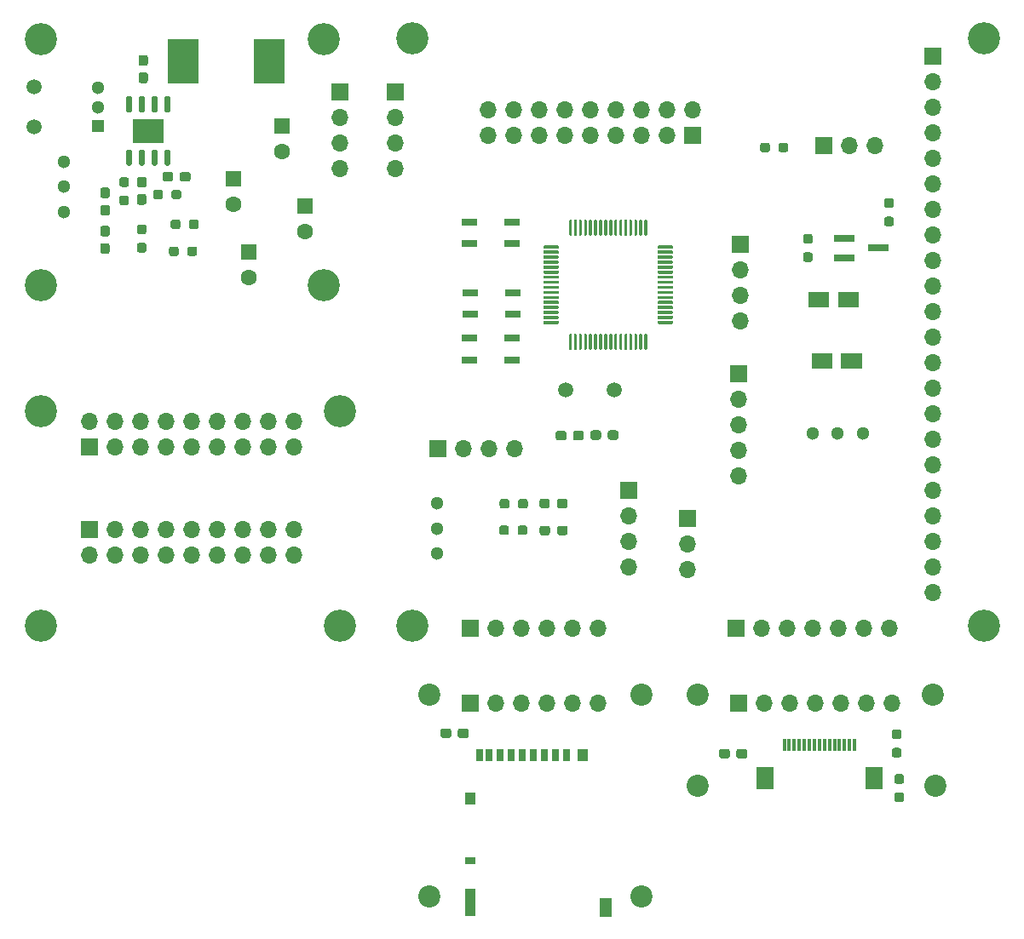
<source format=gts>
G04 #@! TF.GenerationSoftware,KiCad,Pcbnew,5.1.10-88a1d61d58~88~ubuntu18.04.1*
G04 #@! TF.CreationDate,2021-10-23T19:35:26+09:00*
G04 #@! TF.ProjectId,CameraJigSTM32F446RE_Logic,43616d65-7261-44a6-9967-53544d333246,rev?*
G04 #@! TF.SameCoordinates,Original*
G04 #@! TF.FileFunction,Soldermask,Top*
G04 #@! TF.FilePolarity,Negative*
%FSLAX46Y46*%
G04 Gerber Fmt 4.6, Leading zero omitted, Abs format (unit mm)*
G04 Created by KiCad (PCBNEW 5.1.10-88a1d61d58~88~ubuntu18.04.1) date 2021-10-23 19:35:26*
%MOMM*%
%LPD*%
G01*
G04 APERTURE LIST*
%ADD10R,1.600000X1.600000*%
%ADD11C,1.600000*%
%ADD12C,2.200000*%
%ADD13C,3.200000*%
%ADD14R,1.700000X1.700000*%
%ADD15O,1.700000X1.700000*%
%ADD16R,0.700000X1.200000*%
%ADD17R,1.000000X1.200000*%
%ADD18R,1.000000X0.800000*%
%ADD19R,1.000000X2.800000*%
%ADD20R,1.300000X1.900000*%
%ADD21R,3.100000X4.500000*%
%ADD22R,2.000000X0.650000*%
%ADD23C,1.300000*%
%ADD24R,1.550000X0.650000*%
%ADD25R,1.300000X1.300000*%
%ADD26C,1.500000*%
%ADD27R,3.100000X2.410000*%
%ADD28R,1.800000X2.200000*%
%ADD29R,0.300000X1.300000*%
%ADD30R,1.500000X1.500000*%
%ADD31C,0.100000*%
G04 APERTURE END LIST*
D10*
G04 #@! TO.C,C1*
X69250000Y-79000000D03*
D11*
X69250000Y-81500000D03*
G04 #@! TD*
D10*
G04 #@! TO.C,C5*
X74000000Y-73750000D03*
D11*
X74000000Y-76250000D03*
G04 #@! TD*
G04 #@! TO.C,C6*
X70750000Y-88750000D03*
D10*
X70750000Y-86250000D03*
G04 #@! TD*
D11*
G04 #@! TO.C,C4*
X76300000Y-84200000D03*
D10*
X76300000Y-81700000D03*
G04 #@! TD*
D12*
G04 #@! TO.C,REF_13*
X138938000Y-139325000D03*
G04 #@! TD*
G04 #@! TO.C,REF_12*
X115316000Y-139325000D03*
G04 #@! TD*
G04 #@! TO.C,REF_11*
X138684000Y-130300000D03*
G04 #@! TD*
G04 #@! TO.C,REF_10*
X115316000Y-130300000D03*
G04 #@! TD*
G04 #@! TO.C,REF_f*
X109728000Y-150366000D03*
G04 #@! TD*
G04 #@! TO.C,REF_d*
X109728000Y-130300000D03*
G04 #@! TD*
G04 #@! TO.C,REF_e*
X88646000Y-150366000D03*
G04 #@! TD*
G04 #@! TO.C,REF_c*
X88646000Y-130300000D03*
G04 #@! TD*
D13*
G04 #@! TO.C,REF_b*
X143764000Y-123444000D03*
G04 #@! TD*
G04 #@! TO.C,REF_9*
X143764000Y-65024000D03*
G04 #@! TD*
G04 #@! TO.C,REF_a*
X87000000Y-123444000D03*
G04 #@! TD*
G04 #@! TO.C,REF_7*
X79793000Y-123444000D03*
G04 #@! TD*
G04 #@! TO.C,REF_5*
X79793000Y-102108000D03*
G04 #@! TD*
G04 #@! TO.C,REF_6*
X50038000Y-123444000D03*
G04 #@! TD*
G04 #@! TO.C,REF_4*
X50075000Y-102108000D03*
G04 #@! TD*
G04 #@! TO.C,REF_8*
X87000000Y-65024000D03*
G04 #@! TD*
G04 #@! TO.C,REF_2*
X50075000Y-89550000D03*
G04 #@! TD*
G04 #@! TO.C,REF_3*
X78175000Y-89550000D03*
G04 #@! TD*
G04 #@! TO.C,REF_1*
X78175000Y-65075000D03*
G04 #@! TD*
G04 #@! TO.C,REF_0*
X50075000Y-65075000D03*
G04 #@! TD*
G04 #@! TO.C,C2*
G36*
G01*
X102964000Y-104740500D02*
X102964000Y-104265500D01*
G75*
G02*
X103201500Y-104028000I237500J0D01*
G01*
X103801500Y-104028000D01*
G75*
G02*
X104039000Y-104265500I0J-237500D01*
G01*
X104039000Y-104740500D01*
G75*
G02*
X103801500Y-104978000I-237500J0D01*
G01*
X103201500Y-104978000D01*
G75*
G02*
X102964000Y-104740500I0J237500D01*
G01*
G37*
G36*
G01*
X101239000Y-104740500D02*
X101239000Y-104265500D01*
G75*
G02*
X101476500Y-104028000I237500J0D01*
G01*
X102076500Y-104028000D01*
G75*
G02*
X102314000Y-104265500I0J-237500D01*
G01*
X102314000Y-104740500D01*
G75*
G02*
X102076500Y-104978000I-237500J0D01*
G01*
X101476500Y-104978000D01*
G75*
G02*
X101239000Y-104740500I0J237500D01*
G01*
G37*
G04 #@! TD*
G04 #@! TO.C,C3*
G36*
G01*
X107483000Y-104209500D02*
X107483000Y-104684500D01*
G75*
G02*
X107245500Y-104922000I-237500J0D01*
G01*
X106645500Y-104922000D01*
G75*
G02*
X106408000Y-104684500I0J237500D01*
G01*
X106408000Y-104209500D01*
G75*
G02*
X106645500Y-103972000I237500J0D01*
G01*
X107245500Y-103972000D01*
G75*
G02*
X107483000Y-104209500I0J-237500D01*
G01*
G37*
G36*
G01*
X105758000Y-104209500D02*
X105758000Y-104684500D01*
G75*
G02*
X105520500Y-104922000I-237500J0D01*
G01*
X104920500Y-104922000D01*
G75*
G02*
X104683000Y-104684500I0J237500D01*
G01*
X104683000Y-104209500D01*
G75*
G02*
X104920500Y-103972000I237500J0D01*
G01*
X105520500Y-103972000D01*
G75*
G02*
X105758000Y-104209500I0J-237500D01*
G01*
G37*
G04 #@! TD*
G04 #@! TO.C,C7*
G36*
G01*
X56230600Y-81548200D02*
X56705600Y-81548200D01*
G75*
G02*
X56943100Y-81785700I0J-237500D01*
G01*
X56943100Y-82385700D01*
G75*
G02*
X56705600Y-82623200I-237500J0D01*
G01*
X56230600Y-82623200D01*
G75*
G02*
X55993100Y-82385700I0J237500D01*
G01*
X55993100Y-81785700D01*
G75*
G02*
X56230600Y-81548200I237500J0D01*
G01*
G37*
G36*
G01*
X56230600Y-79823200D02*
X56705600Y-79823200D01*
G75*
G02*
X56943100Y-80060700I0J-237500D01*
G01*
X56943100Y-80660700D01*
G75*
G02*
X56705600Y-80898200I-237500J0D01*
G01*
X56230600Y-80898200D01*
G75*
G02*
X55993100Y-80660700I0J237500D01*
G01*
X55993100Y-80060700D01*
G75*
G02*
X56230600Y-79823200I237500J0D01*
G01*
G37*
G04 #@! TD*
G04 #@! TO.C,C8*
G36*
G01*
X56205200Y-83628100D02*
X56680200Y-83628100D01*
G75*
G02*
X56917700Y-83865600I0J-237500D01*
G01*
X56917700Y-84465600D01*
G75*
G02*
X56680200Y-84703100I-237500J0D01*
G01*
X56205200Y-84703100D01*
G75*
G02*
X55967700Y-84465600I0J237500D01*
G01*
X55967700Y-83865600D01*
G75*
G02*
X56205200Y-83628100I237500J0D01*
G01*
G37*
G36*
G01*
X56205200Y-85353100D02*
X56680200Y-85353100D01*
G75*
G02*
X56917700Y-85590600I0J-237500D01*
G01*
X56917700Y-86190600D01*
G75*
G02*
X56680200Y-86428100I-237500J0D01*
G01*
X56205200Y-86428100D01*
G75*
G02*
X55967700Y-86190600I0J237500D01*
G01*
X55967700Y-85590600D01*
G75*
G02*
X56205200Y-85353100I237500J0D01*
G01*
G37*
G04 #@! TD*
G04 #@! TO.C,C10*
G36*
G01*
X59862500Y-80475000D02*
X60337500Y-80475000D01*
G75*
G02*
X60575000Y-80712500I0J-237500D01*
G01*
X60575000Y-81312500D01*
G75*
G02*
X60337500Y-81550000I-237500J0D01*
G01*
X59862500Y-81550000D01*
G75*
G02*
X59625000Y-81312500I0J237500D01*
G01*
X59625000Y-80712500D01*
G75*
G02*
X59862500Y-80475000I237500J0D01*
G01*
G37*
G36*
G01*
X59862500Y-78750000D02*
X60337500Y-78750000D01*
G75*
G02*
X60575000Y-78987500I0J-237500D01*
G01*
X60575000Y-79587500D01*
G75*
G02*
X60337500Y-79825000I-237500J0D01*
G01*
X59862500Y-79825000D01*
G75*
G02*
X59625000Y-79587500I0J237500D01*
G01*
X59625000Y-78987500D01*
G75*
G02*
X59862500Y-78750000I237500J0D01*
G01*
G37*
G04 #@! TD*
G04 #@! TO.C,C12*
G36*
G01*
X62150000Y-78994000D02*
X62150000Y-78519000D01*
G75*
G02*
X62387500Y-78281500I237500J0D01*
G01*
X62987500Y-78281500D01*
G75*
G02*
X63225000Y-78519000I0J-237500D01*
G01*
X63225000Y-78994000D01*
G75*
G02*
X62987500Y-79231500I-237500J0D01*
G01*
X62387500Y-79231500D01*
G75*
G02*
X62150000Y-78994000I0J237500D01*
G01*
G37*
G36*
G01*
X63875000Y-78994000D02*
X63875000Y-78519000D01*
G75*
G02*
X64112500Y-78281500I237500J0D01*
G01*
X64712500Y-78281500D01*
G75*
G02*
X64950000Y-78519000I0J-237500D01*
G01*
X64950000Y-78994000D01*
G75*
G02*
X64712500Y-79231500I-237500J0D01*
G01*
X64112500Y-79231500D01*
G75*
G02*
X63875000Y-78994000I0J237500D01*
G01*
G37*
G04 #@! TD*
G04 #@! TO.C,C13*
G36*
G01*
X60010500Y-68381000D02*
X60485500Y-68381000D01*
G75*
G02*
X60723000Y-68618500I0J-237500D01*
G01*
X60723000Y-69218500D01*
G75*
G02*
X60485500Y-69456000I-237500J0D01*
G01*
X60010500Y-69456000D01*
G75*
G02*
X59773000Y-69218500I0J237500D01*
G01*
X59773000Y-68618500D01*
G75*
G02*
X60010500Y-68381000I237500J0D01*
G01*
G37*
G36*
G01*
X60010500Y-66656000D02*
X60485500Y-66656000D01*
G75*
G02*
X60723000Y-66893500I0J-237500D01*
G01*
X60723000Y-67493500D01*
G75*
G02*
X60485500Y-67731000I-237500J0D01*
G01*
X60010500Y-67731000D01*
G75*
G02*
X59773000Y-67493500I0J237500D01*
G01*
X59773000Y-66893500D01*
G75*
G02*
X60010500Y-66656000I237500J0D01*
G01*
G37*
G04 #@! TD*
G04 #@! TO.C,C17*
G36*
G01*
X117472000Y-136381500D02*
X117472000Y-135906500D01*
G75*
G02*
X117709500Y-135669000I237500J0D01*
G01*
X118309500Y-135669000D01*
G75*
G02*
X118547000Y-135906500I0J-237500D01*
G01*
X118547000Y-136381500D01*
G75*
G02*
X118309500Y-136619000I-237500J0D01*
G01*
X117709500Y-136619000D01*
G75*
G02*
X117472000Y-136381500I0J237500D01*
G01*
G37*
G36*
G01*
X119197000Y-136381500D02*
X119197000Y-135906500D01*
G75*
G02*
X119434500Y-135669000I237500J0D01*
G01*
X120034500Y-135669000D01*
G75*
G02*
X120272000Y-135906500I0J-237500D01*
G01*
X120272000Y-136381500D01*
G75*
G02*
X120034500Y-136619000I-237500J0D01*
G01*
X119434500Y-136619000D01*
G75*
G02*
X119197000Y-136381500I0J237500D01*
G01*
G37*
G04 #@! TD*
G04 #@! TO.C,C18*
G36*
G01*
X89786000Y-134349500D02*
X89786000Y-133874500D01*
G75*
G02*
X90023500Y-133637000I237500J0D01*
G01*
X90623500Y-133637000D01*
G75*
G02*
X90861000Y-133874500I0J-237500D01*
G01*
X90861000Y-134349500D01*
G75*
G02*
X90623500Y-134587000I-237500J0D01*
G01*
X90023500Y-134587000D01*
G75*
G02*
X89786000Y-134349500I0J237500D01*
G01*
G37*
G36*
G01*
X91511000Y-134349500D02*
X91511000Y-133874500D01*
G75*
G02*
X91748500Y-133637000I237500J0D01*
G01*
X92348500Y-133637000D01*
G75*
G02*
X92586000Y-133874500I0J-237500D01*
G01*
X92586000Y-134349500D01*
G75*
G02*
X92348500Y-134587000I-237500J0D01*
G01*
X91748500Y-134587000D01*
G75*
G02*
X91511000Y-134349500I0J237500D01*
G01*
G37*
G04 #@! TD*
G04 #@! TO.C,D1*
G36*
G01*
X100684000Y-113701500D02*
X100684000Y-114176500D01*
G75*
G02*
X100446500Y-114414000I-237500J0D01*
G01*
X99871500Y-114414000D01*
G75*
G02*
X99634000Y-114176500I0J237500D01*
G01*
X99634000Y-113701500D01*
G75*
G02*
X99871500Y-113464000I237500J0D01*
G01*
X100446500Y-113464000D01*
G75*
G02*
X100684000Y-113701500I0J-237500D01*
G01*
G37*
G36*
G01*
X102434000Y-113701500D02*
X102434000Y-114176500D01*
G75*
G02*
X102196500Y-114414000I-237500J0D01*
G01*
X101621500Y-114414000D01*
G75*
G02*
X101384000Y-114176500I0J237500D01*
G01*
X101384000Y-113701500D01*
G75*
G02*
X101621500Y-113464000I237500J0D01*
G01*
X102196500Y-113464000D01*
G75*
G02*
X102434000Y-113701500I0J-237500D01*
G01*
G37*
G04 #@! TD*
G04 #@! TO.C,D2*
G36*
G01*
X102413000Y-111014500D02*
X102413000Y-111489500D01*
G75*
G02*
X102175500Y-111727000I-237500J0D01*
G01*
X101600500Y-111727000D01*
G75*
G02*
X101363000Y-111489500I0J237500D01*
G01*
X101363000Y-111014500D01*
G75*
G02*
X101600500Y-110777000I237500J0D01*
G01*
X102175500Y-110777000D01*
G75*
G02*
X102413000Y-111014500I0J-237500D01*
G01*
G37*
G36*
G01*
X100663000Y-111014500D02*
X100663000Y-111489500D01*
G75*
G02*
X100425500Y-111727000I-237500J0D01*
G01*
X99850500Y-111727000D01*
G75*
G02*
X99613000Y-111489500I0J237500D01*
G01*
X99613000Y-111014500D01*
G75*
G02*
X99850500Y-110777000I237500J0D01*
G01*
X100425500Y-110777000D01*
G75*
G02*
X100663000Y-111014500I0J-237500D01*
G01*
G37*
G04 #@! TD*
D14*
G04 #@! TO.C,J2*
X119390000Y-98369100D03*
D15*
X119390000Y-100909100D03*
X119390000Y-103449100D03*
X119390000Y-105989100D03*
X119390000Y-108529100D03*
G04 #@! TD*
D14*
G04 #@! TO.C,J4*
X119591000Y-85453200D03*
D15*
X119591000Y-87993200D03*
X119591000Y-90533200D03*
X119591000Y-93073200D03*
G04 #@! TD*
D14*
G04 #@! TO.C,J5*
X127914000Y-75694500D03*
D15*
X130454000Y-75694500D03*
X132994000Y-75694500D03*
G04 #@! TD*
D14*
G04 #@! TO.C,J6*
X114808000Y-74676000D03*
D15*
X114808000Y-72136000D03*
X112268000Y-74676000D03*
X112268000Y-72136000D03*
X109728000Y-74676000D03*
X109728000Y-72136000D03*
X107188000Y-74676000D03*
X107188000Y-72136000D03*
X104648000Y-74676000D03*
X104648000Y-72136000D03*
X102108000Y-74676000D03*
X102108000Y-72136000D03*
X99568000Y-74676000D03*
X99568000Y-72136000D03*
X97028000Y-74676000D03*
X97028000Y-72136000D03*
X94488000Y-74676000D03*
X94488000Y-72136000D03*
G04 #@! TD*
G04 #@! TO.C,J8*
X85323500Y-77981000D03*
X85323500Y-75441000D03*
X85323500Y-72901000D03*
D14*
X85323500Y-70361000D03*
G04 #@! TD*
G04 #@! TO.C,J9*
X89562900Y-105839000D03*
D15*
X92102900Y-105839000D03*
X94642900Y-105839000D03*
X97182900Y-105839000D03*
G04 #@! TD*
D14*
G04 #@! TO.C,J10*
X119418000Y-131133000D03*
D15*
X121958000Y-131133000D03*
X124498000Y-131133000D03*
X127038000Y-131133000D03*
X129578000Y-131133000D03*
X132118000Y-131133000D03*
X134658000Y-131133000D03*
G04 #@! TD*
G04 #@! TO.C,J11*
X134404000Y-123683000D03*
X131864000Y-123683000D03*
X129324000Y-123683000D03*
X126784000Y-123683000D03*
X124244000Y-123683000D03*
X121704000Y-123683000D03*
D14*
X119164000Y-123683000D03*
G04 #@! TD*
G04 #@! TO.C,J13*
X54887500Y-113802000D03*
D15*
X54887500Y-116342000D03*
X57427500Y-113802000D03*
X57427500Y-116342000D03*
X59967500Y-113802000D03*
X59967500Y-116342000D03*
X62507500Y-113802000D03*
X62507500Y-116342000D03*
X65047500Y-113802000D03*
X65047500Y-116342000D03*
X67587500Y-113802000D03*
X67587500Y-116342000D03*
X70127500Y-113802000D03*
X70127500Y-116342000D03*
X72667500Y-113802000D03*
X72667500Y-116342000D03*
X75207500Y-113802000D03*
X75207500Y-116342000D03*
G04 #@! TD*
G04 #@! TO.C,J14*
X105473500Y-123683000D03*
X102933500Y-123683000D03*
X100393500Y-123683000D03*
X97853500Y-123683000D03*
X95313500Y-123683000D03*
D14*
X92773500Y-123683000D03*
G04 #@! TD*
G04 #@! TO.C,J15*
X92737900Y-131133000D03*
D15*
X95277900Y-131133000D03*
X97817900Y-131133000D03*
X100357900Y-131133000D03*
X102897900Y-131133000D03*
X105437900Y-131133000D03*
G04 #@! TD*
D16*
G04 #@! TO.C,J16*
X93693000Y-136293000D03*
X94643000Y-136293000D03*
X102343000Y-136293000D03*
X101243000Y-136293000D03*
X100143000Y-136293000D03*
X99043000Y-136293000D03*
X97943000Y-136293000D03*
X96843000Y-136293000D03*
X95743000Y-136293000D03*
D17*
X103893000Y-136293000D03*
X92743000Y-140593000D03*
D18*
X92743000Y-146793000D03*
D19*
X92743000Y-150943000D03*
D20*
X106243000Y-151393000D03*
G04 #@! TD*
D15*
G04 #@! TO.C,J17*
X108458000Y-117602000D03*
X108458000Y-115062000D03*
X108458000Y-112522000D03*
D14*
X108458000Y-109982000D03*
G04 #@! TD*
G04 #@! TO.C,J21*
X79756000Y-70358000D03*
D15*
X79756000Y-72898000D03*
X79756000Y-75438000D03*
X79756000Y-77978000D03*
G04 #@! TD*
D21*
G04 #@! TO.C,L1*
X64250000Y-67250000D03*
X72750000Y-67250000D03*
G04 #@! TD*
D22*
G04 #@! TO.C,Q1*
X133315000Y-85857100D03*
X129895000Y-86807100D03*
X129895000Y-84907100D03*
G04 #@! TD*
G04 #@! TO.C,R1*
G36*
G01*
X98425500Y-113671500D02*
X98425500Y-114146500D01*
G75*
G02*
X98188000Y-114384000I-237500J0D01*
G01*
X97688000Y-114384000D01*
G75*
G02*
X97450500Y-114146500I0J237500D01*
G01*
X97450500Y-113671500D01*
G75*
G02*
X97688000Y-113434000I237500J0D01*
G01*
X98188000Y-113434000D01*
G75*
G02*
X98425500Y-113671500I0J-237500D01*
G01*
G37*
G36*
G01*
X96600500Y-113671500D02*
X96600500Y-114146500D01*
G75*
G02*
X96363000Y-114384000I-237500J0D01*
G01*
X95863000Y-114384000D01*
G75*
G02*
X95625500Y-114146500I0J237500D01*
G01*
X95625500Y-113671500D01*
G75*
G02*
X95863000Y-113434000I237500J0D01*
G01*
X96363000Y-113434000D01*
G75*
G02*
X96600500Y-113671500I0J-237500D01*
G01*
G37*
G04 #@! TD*
G04 #@! TO.C,R5*
G36*
G01*
X97496200Y-111509500D02*
X97496200Y-111034500D01*
G75*
G02*
X97733700Y-110797000I237500J0D01*
G01*
X98233700Y-110797000D01*
G75*
G02*
X98471200Y-111034500I0J-237500D01*
G01*
X98471200Y-111509500D01*
G75*
G02*
X98233700Y-111747000I-237500J0D01*
G01*
X97733700Y-111747000D01*
G75*
G02*
X97496200Y-111509500I0J237500D01*
G01*
G37*
G36*
G01*
X95671200Y-111509500D02*
X95671200Y-111034500D01*
G75*
G02*
X95908700Y-110797000I237500J0D01*
G01*
X96408700Y-110797000D01*
G75*
G02*
X96646200Y-111034500I0J-237500D01*
G01*
X96646200Y-111509500D01*
G75*
G02*
X96408700Y-111747000I-237500J0D01*
G01*
X95908700Y-111747000D01*
G75*
G02*
X95671200Y-111509500I0J237500D01*
G01*
G37*
G04 #@! TD*
G04 #@! TO.C,R7*
G36*
G01*
X122531000Y-75609400D02*
X122531000Y-76084400D01*
G75*
G02*
X122293500Y-76321900I-237500J0D01*
G01*
X121793500Y-76321900D01*
G75*
G02*
X121556000Y-76084400I0J237500D01*
G01*
X121556000Y-75609400D01*
G75*
G02*
X121793500Y-75371900I237500J0D01*
G01*
X122293500Y-75371900D01*
G75*
G02*
X122531000Y-75609400I0J-237500D01*
G01*
G37*
G36*
G01*
X124356000Y-75609400D02*
X124356000Y-76084400D01*
G75*
G02*
X124118500Y-76321900I-237500J0D01*
G01*
X123618500Y-76321900D01*
G75*
G02*
X123381000Y-76084400I0J237500D01*
G01*
X123381000Y-75609400D01*
G75*
G02*
X123618500Y-75371900I237500J0D01*
G01*
X124118500Y-75371900D01*
G75*
G02*
X124356000Y-75609400I0J-237500D01*
G01*
G37*
G04 #@! TD*
G04 #@! TO.C,R14*
G36*
G01*
X126069500Y-84446900D02*
X126544500Y-84446900D01*
G75*
G02*
X126782000Y-84684400I0J-237500D01*
G01*
X126782000Y-85184400D01*
G75*
G02*
X126544500Y-85421900I-237500J0D01*
G01*
X126069500Y-85421900D01*
G75*
G02*
X125832000Y-85184400I0J237500D01*
G01*
X125832000Y-84684400D01*
G75*
G02*
X126069500Y-84446900I237500J0D01*
G01*
G37*
G36*
G01*
X126069500Y-86271900D02*
X126544500Y-86271900D01*
G75*
G02*
X126782000Y-86509400I0J-237500D01*
G01*
X126782000Y-87009400D01*
G75*
G02*
X126544500Y-87246900I-237500J0D01*
G01*
X126069500Y-87246900D01*
G75*
G02*
X125832000Y-87009400I0J237500D01*
G01*
X125832000Y-86509400D01*
G75*
G02*
X126069500Y-86271900I237500J0D01*
G01*
G37*
G04 #@! TD*
G04 #@! TO.C,R15*
G36*
G01*
X134128500Y-82721000D02*
X134603500Y-82721000D01*
G75*
G02*
X134841000Y-82958500I0J-237500D01*
G01*
X134841000Y-83458500D01*
G75*
G02*
X134603500Y-83696000I-237500J0D01*
G01*
X134128500Y-83696000D01*
G75*
G02*
X133891000Y-83458500I0J237500D01*
G01*
X133891000Y-82958500D01*
G75*
G02*
X134128500Y-82721000I237500J0D01*
G01*
G37*
G36*
G01*
X134128500Y-80896000D02*
X134603500Y-80896000D01*
G75*
G02*
X134841000Y-81133500I0J-237500D01*
G01*
X134841000Y-81633500D01*
G75*
G02*
X134603500Y-81871000I-237500J0D01*
G01*
X134128500Y-81871000D01*
G75*
G02*
X133891000Y-81633500I0J237500D01*
G01*
X133891000Y-81133500D01*
G75*
G02*
X134128500Y-80896000I237500J0D01*
G01*
G37*
G04 #@! TD*
G04 #@! TO.C,R33*
G36*
G01*
X59862500Y-85325000D02*
X60337500Y-85325000D01*
G75*
G02*
X60575000Y-85562500I0J-237500D01*
G01*
X60575000Y-86062500D01*
G75*
G02*
X60337500Y-86300000I-237500J0D01*
G01*
X59862500Y-86300000D01*
G75*
G02*
X59625000Y-86062500I0J237500D01*
G01*
X59625000Y-85562500D01*
G75*
G02*
X59862500Y-85325000I237500J0D01*
G01*
G37*
G36*
G01*
X59862500Y-83500000D02*
X60337500Y-83500000D01*
G75*
G02*
X60575000Y-83737500I0J-237500D01*
G01*
X60575000Y-84237500D01*
G75*
G02*
X60337500Y-84475000I-237500J0D01*
G01*
X59862500Y-84475000D01*
G75*
G02*
X59625000Y-84237500I0J237500D01*
G01*
X59625000Y-83737500D01*
G75*
G02*
X59862500Y-83500000I237500J0D01*
G01*
G37*
G04 #@! TD*
G04 #@! TO.C,R34*
G36*
G01*
X58112500Y-78800000D02*
X58587500Y-78800000D01*
G75*
G02*
X58825000Y-79037500I0J-237500D01*
G01*
X58825000Y-79537500D01*
G75*
G02*
X58587500Y-79775000I-237500J0D01*
G01*
X58112500Y-79775000D01*
G75*
G02*
X57875000Y-79537500I0J237500D01*
G01*
X57875000Y-79037500D01*
G75*
G02*
X58112500Y-78800000I237500J0D01*
G01*
G37*
G36*
G01*
X58112500Y-80625000D02*
X58587500Y-80625000D01*
G75*
G02*
X58825000Y-80862500I0J-237500D01*
G01*
X58825000Y-81362500D01*
G75*
G02*
X58587500Y-81600000I-237500J0D01*
G01*
X58112500Y-81600000D01*
G75*
G02*
X57875000Y-81362500I0J237500D01*
G01*
X57875000Y-80862500D01*
G75*
G02*
X58112500Y-80625000I237500J0D01*
G01*
G37*
G04 #@! TD*
G04 #@! TO.C,R35*
G36*
G01*
X64023900Y-80287200D02*
X64023900Y-80762200D01*
G75*
G02*
X63786400Y-80999700I-237500J0D01*
G01*
X63286400Y-80999700D01*
G75*
G02*
X63048900Y-80762200I0J237500D01*
G01*
X63048900Y-80287200D01*
G75*
G02*
X63286400Y-80049700I237500J0D01*
G01*
X63786400Y-80049700D01*
G75*
G02*
X64023900Y-80287200I0J-237500D01*
G01*
G37*
G36*
G01*
X62198900Y-80287200D02*
X62198900Y-80762200D01*
G75*
G02*
X61961400Y-80999700I-237500J0D01*
G01*
X61461400Y-80999700D01*
G75*
G02*
X61223900Y-80762200I0J237500D01*
G01*
X61223900Y-80287200D01*
G75*
G02*
X61461400Y-80049700I237500J0D01*
G01*
X61961400Y-80049700D01*
G75*
G02*
X62198900Y-80287200I0J-237500D01*
G01*
G37*
G04 #@! TD*
G04 #@! TO.C,R36*
G36*
G01*
X63956800Y-83250800D02*
X63956800Y-83725800D01*
G75*
G02*
X63719300Y-83963300I-237500J0D01*
G01*
X63219300Y-83963300D01*
G75*
G02*
X62981800Y-83725800I0J237500D01*
G01*
X62981800Y-83250800D01*
G75*
G02*
X63219300Y-83013300I237500J0D01*
G01*
X63719300Y-83013300D01*
G75*
G02*
X63956800Y-83250800I0J-237500D01*
G01*
G37*
G36*
G01*
X65781800Y-83250800D02*
X65781800Y-83725800D01*
G75*
G02*
X65544300Y-83963300I-237500J0D01*
G01*
X65044300Y-83963300D01*
G75*
G02*
X64806800Y-83725800I0J237500D01*
G01*
X64806800Y-83250800D01*
G75*
G02*
X65044300Y-83013300I237500J0D01*
G01*
X65544300Y-83013300D01*
G75*
G02*
X65781800Y-83250800I0J-237500D01*
G01*
G37*
G04 #@! TD*
G04 #@! TO.C,R37*
G36*
G01*
X63782400Y-85937800D02*
X63782400Y-86412800D01*
G75*
G02*
X63544900Y-86650300I-237500J0D01*
G01*
X63044900Y-86650300D01*
G75*
G02*
X62807400Y-86412800I0J237500D01*
G01*
X62807400Y-85937800D01*
G75*
G02*
X63044900Y-85700300I237500J0D01*
G01*
X63544900Y-85700300D01*
G75*
G02*
X63782400Y-85937800I0J-237500D01*
G01*
G37*
G36*
G01*
X65607400Y-85937800D02*
X65607400Y-86412800D01*
G75*
G02*
X65369900Y-86650300I-237500J0D01*
G01*
X64869900Y-86650300D01*
G75*
G02*
X64632400Y-86412800I0J237500D01*
G01*
X64632400Y-85937800D01*
G75*
G02*
X64869900Y-85700300I237500J0D01*
G01*
X65369900Y-85700300D01*
G75*
G02*
X65607400Y-85937800I0J-237500D01*
G01*
G37*
G04 #@! TD*
G04 #@! TO.C,R38*
G36*
G01*
X135144500Y-139998000D02*
X135619500Y-139998000D01*
G75*
G02*
X135857000Y-140235500I0J-237500D01*
G01*
X135857000Y-140735500D01*
G75*
G02*
X135619500Y-140973000I-237500J0D01*
G01*
X135144500Y-140973000D01*
G75*
G02*
X134907000Y-140735500I0J237500D01*
G01*
X134907000Y-140235500D01*
G75*
G02*
X135144500Y-139998000I237500J0D01*
G01*
G37*
G36*
G01*
X135144500Y-138173000D02*
X135619500Y-138173000D01*
G75*
G02*
X135857000Y-138410500I0J-237500D01*
G01*
X135857000Y-138910500D01*
G75*
G02*
X135619500Y-139148000I-237500J0D01*
G01*
X135144500Y-139148000D01*
G75*
G02*
X134907000Y-138910500I0J237500D01*
G01*
X134907000Y-138410500D01*
G75*
G02*
X135144500Y-138173000I237500J0D01*
G01*
G37*
G04 #@! TD*
G04 #@! TO.C,R39*
G36*
G01*
X134890500Y-135553000D02*
X135365500Y-135553000D01*
G75*
G02*
X135603000Y-135790500I0J-237500D01*
G01*
X135603000Y-136290500D01*
G75*
G02*
X135365500Y-136528000I-237500J0D01*
G01*
X134890500Y-136528000D01*
G75*
G02*
X134653000Y-136290500I0J237500D01*
G01*
X134653000Y-135790500D01*
G75*
G02*
X134890500Y-135553000I237500J0D01*
G01*
G37*
G36*
G01*
X134890500Y-133728000D02*
X135365500Y-133728000D01*
G75*
G02*
X135603000Y-133965500I0J-237500D01*
G01*
X135603000Y-134465500D01*
G75*
G02*
X135365500Y-134703000I-237500J0D01*
G01*
X134890500Y-134703000D01*
G75*
G02*
X134653000Y-134465500I0J237500D01*
G01*
X134653000Y-133965500D01*
G75*
G02*
X134890500Y-133728000I237500J0D01*
G01*
G37*
G04 #@! TD*
D23*
G04 #@! TO.C,SW1*
X89425800Y-111251000D03*
X89425800Y-113751000D03*
X89425800Y-116251000D03*
G04 #@! TD*
D24*
G04 #@! TO.C,SW2*
X96859800Y-85436000D03*
X92659800Y-85436000D03*
X92659800Y-83286000D03*
X96859800Y-83286000D03*
G04 #@! TD*
G04 #@! TO.C,SW3*
X92662300Y-94802400D03*
X96862300Y-94802400D03*
X96862300Y-96952400D03*
X92662300Y-96952400D03*
G04 #@! TD*
D23*
G04 #@! TO.C,SW4*
X131775000Y-104264000D03*
X129275000Y-104264000D03*
X126775000Y-104264000D03*
G04 #@! TD*
D24*
G04 #@! TO.C,SW5*
X96974100Y-90311700D03*
X92774100Y-90311700D03*
X92774100Y-92461700D03*
X96974100Y-92461700D03*
G04 #@! TD*
D23*
G04 #@! TO.C,SW6*
X52324000Y-82256000D03*
X52324000Y-79756000D03*
X52324000Y-77256000D03*
G04 #@! TD*
G04 #@! TO.C,U2*
G36*
G01*
X102779000Y-95952000D02*
X102629000Y-95952000D01*
G75*
G02*
X102554000Y-95877000I0J75000D01*
G01*
X102554000Y-94477000D01*
G75*
G02*
X102629000Y-94402000I75000J0D01*
G01*
X102779000Y-94402000D01*
G75*
G02*
X102854000Y-94477000I0J-75000D01*
G01*
X102854000Y-95877000D01*
G75*
G02*
X102779000Y-95952000I-75000J0D01*
G01*
G37*
G36*
G01*
X103279000Y-95952000D02*
X103129000Y-95952000D01*
G75*
G02*
X103054000Y-95877000I0J75000D01*
G01*
X103054000Y-94477000D01*
G75*
G02*
X103129000Y-94402000I75000J0D01*
G01*
X103279000Y-94402000D01*
G75*
G02*
X103354000Y-94477000I0J-75000D01*
G01*
X103354000Y-95877000D01*
G75*
G02*
X103279000Y-95952000I-75000J0D01*
G01*
G37*
G36*
G01*
X103779000Y-95952000D02*
X103629000Y-95952000D01*
G75*
G02*
X103554000Y-95877000I0J75000D01*
G01*
X103554000Y-94477000D01*
G75*
G02*
X103629000Y-94402000I75000J0D01*
G01*
X103779000Y-94402000D01*
G75*
G02*
X103854000Y-94477000I0J-75000D01*
G01*
X103854000Y-95877000D01*
G75*
G02*
X103779000Y-95952000I-75000J0D01*
G01*
G37*
G36*
G01*
X104279000Y-95952000D02*
X104129000Y-95952000D01*
G75*
G02*
X104054000Y-95877000I0J75000D01*
G01*
X104054000Y-94477000D01*
G75*
G02*
X104129000Y-94402000I75000J0D01*
G01*
X104279000Y-94402000D01*
G75*
G02*
X104354000Y-94477000I0J-75000D01*
G01*
X104354000Y-95877000D01*
G75*
G02*
X104279000Y-95952000I-75000J0D01*
G01*
G37*
G36*
G01*
X104779000Y-95952000D02*
X104629000Y-95952000D01*
G75*
G02*
X104554000Y-95877000I0J75000D01*
G01*
X104554000Y-94477000D01*
G75*
G02*
X104629000Y-94402000I75000J0D01*
G01*
X104779000Y-94402000D01*
G75*
G02*
X104854000Y-94477000I0J-75000D01*
G01*
X104854000Y-95877000D01*
G75*
G02*
X104779000Y-95952000I-75000J0D01*
G01*
G37*
G36*
G01*
X105279000Y-95952000D02*
X105129000Y-95952000D01*
G75*
G02*
X105054000Y-95877000I0J75000D01*
G01*
X105054000Y-94477000D01*
G75*
G02*
X105129000Y-94402000I75000J0D01*
G01*
X105279000Y-94402000D01*
G75*
G02*
X105354000Y-94477000I0J-75000D01*
G01*
X105354000Y-95877000D01*
G75*
G02*
X105279000Y-95952000I-75000J0D01*
G01*
G37*
G36*
G01*
X105779000Y-95952000D02*
X105629000Y-95952000D01*
G75*
G02*
X105554000Y-95877000I0J75000D01*
G01*
X105554000Y-94477000D01*
G75*
G02*
X105629000Y-94402000I75000J0D01*
G01*
X105779000Y-94402000D01*
G75*
G02*
X105854000Y-94477000I0J-75000D01*
G01*
X105854000Y-95877000D01*
G75*
G02*
X105779000Y-95952000I-75000J0D01*
G01*
G37*
G36*
G01*
X106279000Y-95952000D02*
X106129000Y-95952000D01*
G75*
G02*
X106054000Y-95877000I0J75000D01*
G01*
X106054000Y-94477000D01*
G75*
G02*
X106129000Y-94402000I75000J0D01*
G01*
X106279000Y-94402000D01*
G75*
G02*
X106354000Y-94477000I0J-75000D01*
G01*
X106354000Y-95877000D01*
G75*
G02*
X106279000Y-95952000I-75000J0D01*
G01*
G37*
G36*
G01*
X106779000Y-95952000D02*
X106629000Y-95952000D01*
G75*
G02*
X106554000Y-95877000I0J75000D01*
G01*
X106554000Y-94477000D01*
G75*
G02*
X106629000Y-94402000I75000J0D01*
G01*
X106779000Y-94402000D01*
G75*
G02*
X106854000Y-94477000I0J-75000D01*
G01*
X106854000Y-95877000D01*
G75*
G02*
X106779000Y-95952000I-75000J0D01*
G01*
G37*
G36*
G01*
X107279000Y-95952000D02*
X107129000Y-95952000D01*
G75*
G02*
X107054000Y-95877000I0J75000D01*
G01*
X107054000Y-94477000D01*
G75*
G02*
X107129000Y-94402000I75000J0D01*
G01*
X107279000Y-94402000D01*
G75*
G02*
X107354000Y-94477000I0J-75000D01*
G01*
X107354000Y-95877000D01*
G75*
G02*
X107279000Y-95952000I-75000J0D01*
G01*
G37*
G36*
G01*
X107779000Y-95952000D02*
X107629000Y-95952000D01*
G75*
G02*
X107554000Y-95877000I0J75000D01*
G01*
X107554000Y-94477000D01*
G75*
G02*
X107629000Y-94402000I75000J0D01*
G01*
X107779000Y-94402000D01*
G75*
G02*
X107854000Y-94477000I0J-75000D01*
G01*
X107854000Y-95877000D01*
G75*
G02*
X107779000Y-95952000I-75000J0D01*
G01*
G37*
G36*
G01*
X108279000Y-95952000D02*
X108129000Y-95952000D01*
G75*
G02*
X108054000Y-95877000I0J75000D01*
G01*
X108054000Y-94477000D01*
G75*
G02*
X108129000Y-94402000I75000J0D01*
G01*
X108279000Y-94402000D01*
G75*
G02*
X108354000Y-94477000I0J-75000D01*
G01*
X108354000Y-95877000D01*
G75*
G02*
X108279000Y-95952000I-75000J0D01*
G01*
G37*
G36*
G01*
X108779000Y-95952000D02*
X108629000Y-95952000D01*
G75*
G02*
X108554000Y-95877000I0J75000D01*
G01*
X108554000Y-94477000D01*
G75*
G02*
X108629000Y-94402000I75000J0D01*
G01*
X108779000Y-94402000D01*
G75*
G02*
X108854000Y-94477000I0J-75000D01*
G01*
X108854000Y-95877000D01*
G75*
G02*
X108779000Y-95952000I-75000J0D01*
G01*
G37*
G36*
G01*
X109279000Y-95952000D02*
X109129000Y-95952000D01*
G75*
G02*
X109054000Y-95877000I0J75000D01*
G01*
X109054000Y-94477000D01*
G75*
G02*
X109129000Y-94402000I75000J0D01*
G01*
X109279000Y-94402000D01*
G75*
G02*
X109354000Y-94477000I0J-75000D01*
G01*
X109354000Y-95877000D01*
G75*
G02*
X109279000Y-95952000I-75000J0D01*
G01*
G37*
G36*
G01*
X109779000Y-95952000D02*
X109629000Y-95952000D01*
G75*
G02*
X109554000Y-95877000I0J75000D01*
G01*
X109554000Y-94477000D01*
G75*
G02*
X109629000Y-94402000I75000J0D01*
G01*
X109779000Y-94402000D01*
G75*
G02*
X109854000Y-94477000I0J-75000D01*
G01*
X109854000Y-95877000D01*
G75*
G02*
X109779000Y-95952000I-75000J0D01*
G01*
G37*
G36*
G01*
X110279000Y-95952000D02*
X110129000Y-95952000D01*
G75*
G02*
X110054000Y-95877000I0J75000D01*
G01*
X110054000Y-94477000D01*
G75*
G02*
X110129000Y-94402000I75000J0D01*
G01*
X110279000Y-94402000D01*
G75*
G02*
X110354000Y-94477000I0J-75000D01*
G01*
X110354000Y-95877000D01*
G75*
G02*
X110279000Y-95952000I-75000J0D01*
G01*
G37*
G36*
G01*
X112829000Y-93402000D02*
X111429000Y-93402000D01*
G75*
G02*
X111354000Y-93327000I0J75000D01*
G01*
X111354000Y-93177000D01*
G75*
G02*
X111429000Y-93102000I75000J0D01*
G01*
X112829000Y-93102000D01*
G75*
G02*
X112904000Y-93177000I0J-75000D01*
G01*
X112904000Y-93327000D01*
G75*
G02*
X112829000Y-93402000I-75000J0D01*
G01*
G37*
G36*
G01*
X112829000Y-92902000D02*
X111429000Y-92902000D01*
G75*
G02*
X111354000Y-92827000I0J75000D01*
G01*
X111354000Y-92677000D01*
G75*
G02*
X111429000Y-92602000I75000J0D01*
G01*
X112829000Y-92602000D01*
G75*
G02*
X112904000Y-92677000I0J-75000D01*
G01*
X112904000Y-92827000D01*
G75*
G02*
X112829000Y-92902000I-75000J0D01*
G01*
G37*
G36*
G01*
X112829000Y-92402000D02*
X111429000Y-92402000D01*
G75*
G02*
X111354000Y-92327000I0J75000D01*
G01*
X111354000Y-92177000D01*
G75*
G02*
X111429000Y-92102000I75000J0D01*
G01*
X112829000Y-92102000D01*
G75*
G02*
X112904000Y-92177000I0J-75000D01*
G01*
X112904000Y-92327000D01*
G75*
G02*
X112829000Y-92402000I-75000J0D01*
G01*
G37*
G36*
G01*
X112829000Y-91902000D02*
X111429000Y-91902000D01*
G75*
G02*
X111354000Y-91827000I0J75000D01*
G01*
X111354000Y-91677000D01*
G75*
G02*
X111429000Y-91602000I75000J0D01*
G01*
X112829000Y-91602000D01*
G75*
G02*
X112904000Y-91677000I0J-75000D01*
G01*
X112904000Y-91827000D01*
G75*
G02*
X112829000Y-91902000I-75000J0D01*
G01*
G37*
G36*
G01*
X112829000Y-91402000D02*
X111429000Y-91402000D01*
G75*
G02*
X111354000Y-91327000I0J75000D01*
G01*
X111354000Y-91177000D01*
G75*
G02*
X111429000Y-91102000I75000J0D01*
G01*
X112829000Y-91102000D01*
G75*
G02*
X112904000Y-91177000I0J-75000D01*
G01*
X112904000Y-91327000D01*
G75*
G02*
X112829000Y-91402000I-75000J0D01*
G01*
G37*
G36*
G01*
X112829000Y-90902000D02*
X111429000Y-90902000D01*
G75*
G02*
X111354000Y-90827000I0J75000D01*
G01*
X111354000Y-90677000D01*
G75*
G02*
X111429000Y-90602000I75000J0D01*
G01*
X112829000Y-90602000D01*
G75*
G02*
X112904000Y-90677000I0J-75000D01*
G01*
X112904000Y-90827000D01*
G75*
G02*
X112829000Y-90902000I-75000J0D01*
G01*
G37*
G36*
G01*
X112829000Y-90402000D02*
X111429000Y-90402000D01*
G75*
G02*
X111354000Y-90327000I0J75000D01*
G01*
X111354000Y-90177000D01*
G75*
G02*
X111429000Y-90102000I75000J0D01*
G01*
X112829000Y-90102000D01*
G75*
G02*
X112904000Y-90177000I0J-75000D01*
G01*
X112904000Y-90327000D01*
G75*
G02*
X112829000Y-90402000I-75000J0D01*
G01*
G37*
G36*
G01*
X112829000Y-89902000D02*
X111429000Y-89902000D01*
G75*
G02*
X111354000Y-89827000I0J75000D01*
G01*
X111354000Y-89677000D01*
G75*
G02*
X111429000Y-89602000I75000J0D01*
G01*
X112829000Y-89602000D01*
G75*
G02*
X112904000Y-89677000I0J-75000D01*
G01*
X112904000Y-89827000D01*
G75*
G02*
X112829000Y-89902000I-75000J0D01*
G01*
G37*
G36*
G01*
X112829000Y-89402000D02*
X111429000Y-89402000D01*
G75*
G02*
X111354000Y-89327000I0J75000D01*
G01*
X111354000Y-89177000D01*
G75*
G02*
X111429000Y-89102000I75000J0D01*
G01*
X112829000Y-89102000D01*
G75*
G02*
X112904000Y-89177000I0J-75000D01*
G01*
X112904000Y-89327000D01*
G75*
G02*
X112829000Y-89402000I-75000J0D01*
G01*
G37*
G36*
G01*
X112829000Y-88902000D02*
X111429000Y-88902000D01*
G75*
G02*
X111354000Y-88827000I0J75000D01*
G01*
X111354000Y-88677000D01*
G75*
G02*
X111429000Y-88602000I75000J0D01*
G01*
X112829000Y-88602000D01*
G75*
G02*
X112904000Y-88677000I0J-75000D01*
G01*
X112904000Y-88827000D01*
G75*
G02*
X112829000Y-88902000I-75000J0D01*
G01*
G37*
G36*
G01*
X112829000Y-88402000D02*
X111429000Y-88402000D01*
G75*
G02*
X111354000Y-88327000I0J75000D01*
G01*
X111354000Y-88177000D01*
G75*
G02*
X111429000Y-88102000I75000J0D01*
G01*
X112829000Y-88102000D01*
G75*
G02*
X112904000Y-88177000I0J-75000D01*
G01*
X112904000Y-88327000D01*
G75*
G02*
X112829000Y-88402000I-75000J0D01*
G01*
G37*
G36*
G01*
X112829000Y-87902000D02*
X111429000Y-87902000D01*
G75*
G02*
X111354000Y-87827000I0J75000D01*
G01*
X111354000Y-87677000D01*
G75*
G02*
X111429000Y-87602000I75000J0D01*
G01*
X112829000Y-87602000D01*
G75*
G02*
X112904000Y-87677000I0J-75000D01*
G01*
X112904000Y-87827000D01*
G75*
G02*
X112829000Y-87902000I-75000J0D01*
G01*
G37*
G36*
G01*
X112829000Y-87402000D02*
X111429000Y-87402000D01*
G75*
G02*
X111354000Y-87327000I0J75000D01*
G01*
X111354000Y-87177000D01*
G75*
G02*
X111429000Y-87102000I75000J0D01*
G01*
X112829000Y-87102000D01*
G75*
G02*
X112904000Y-87177000I0J-75000D01*
G01*
X112904000Y-87327000D01*
G75*
G02*
X112829000Y-87402000I-75000J0D01*
G01*
G37*
G36*
G01*
X112829000Y-86902000D02*
X111429000Y-86902000D01*
G75*
G02*
X111354000Y-86827000I0J75000D01*
G01*
X111354000Y-86677000D01*
G75*
G02*
X111429000Y-86602000I75000J0D01*
G01*
X112829000Y-86602000D01*
G75*
G02*
X112904000Y-86677000I0J-75000D01*
G01*
X112904000Y-86827000D01*
G75*
G02*
X112829000Y-86902000I-75000J0D01*
G01*
G37*
G36*
G01*
X112829000Y-86402000D02*
X111429000Y-86402000D01*
G75*
G02*
X111354000Y-86327000I0J75000D01*
G01*
X111354000Y-86177000D01*
G75*
G02*
X111429000Y-86102000I75000J0D01*
G01*
X112829000Y-86102000D01*
G75*
G02*
X112904000Y-86177000I0J-75000D01*
G01*
X112904000Y-86327000D01*
G75*
G02*
X112829000Y-86402000I-75000J0D01*
G01*
G37*
G36*
G01*
X112829000Y-85902000D02*
X111429000Y-85902000D01*
G75*
G02*
X111354000Y-85827000I0J75000D01*
G01*
X111354000Y-85677000D01*
G75*
G02*
X111429000Y-85602000I75000J0D01*
G01*
X112829000Y-85602000D01*
G75*
G02*
X112904000Y-85677000I0J-75000D01*
G01*
X112904000Y-85827000D01*
G75*
G02*
X112829000Y-85902000I-75000J0D01*
G01*
G37*
G36*
G01*
X110279000Y-84602000D02*
X110129000Y-84602000D01*
G75*
G02*
X110054000Y-84527000I0J75000D01*
G01*
X110054000Y-83127000D01*
G75*
G02*
X110129000Y-83052000I75000J0D01*
G01*
X110279000Y-83052000D01*
G75*
G02*
X110354000Y-83127000I0J-75000D01*
G01*
X110354000Y-84527000D01*
G75*
G02*
X110279000Y-84602000I-75000J0D01*
G01*
G37*
G36*
G01*
X109779000Y-84602000D02*
X109629000Y-84602000D01*
G75*
G02*
X109554000Y-84527000I0J75000D01*
G01*
X109554000Y-83127000D01*
G75*
G02*
X109629000Y-83052000I75000J0D01*
G01*
X109779000Y-83052000D01*
G75*
G02*
X109854000Y-83127000I0J-75000D01*
G01*
X109854000Y-84527000D01*
G75*
G02*
X109779000Y-84602000I-75000J0D01*
G01*
G37*
G36*
G01*
X109279000Y-84602000D02*
X109129000Y-84602000D01*
G75*
G02*
X109054000Y-84527000I0J75000D01*
G01*
X109054000Y-83127000D01*
G75*
G02*
X109129000Y-83052000I75000J0D01*
G01*
X109279000Y-83052000D01*
G75*
G02*
X109354000Y-83127000I0J-75000D01*
G01*
X109354000Y-84527000D01*
G75*
G02*
X109279000Y-84602000I-75000J0D01*
G01*
G37*
G36*
G01*
X108779000Y-84602000D02*
X108629000Y-84602000D01*
G75*
G02*
X108554000Y-84527000I0J75000D01*
G01*
X108554000Y-83127000D01*
G75*
G02*
X108629000Y-83052000I75000J0D01*
G01*
X108779000Y-83052000D01*
G75*
G02*
X108854000Y-83127000I0J-75000D01*
G01*
X108854000Y-84527000D01*
G75*
G02*
X108779000Y-84602000I-75000J0D01*
G01*
G37*
G36*
G01*
X108279000Y-84602000D02*
X108129000Y-84602000D01*
G75*
G02*
X108054000Y-84527000I0J75000D01*
G01*
X108054000Y-83127000D01*
G75*
G02*
X108129000Y-83052000I75000J0D01*
G01*
X108279000Y-83052000D01*
G75*
G02*
X108354000Y-83127000I0J-75000D01*
G01*
X108354000Y-84527000D01*
G75*
G02*
X108279000Y-84602000I-75000J0D01*
G01*
G37*
G36*
G01*
X107779000Y-84602000D02*
X107629000Y-84602000D01*
G75*
G02*
X107554000Y-84527000I0J75000D01*
G01*
X107554000Y-83127000D01*
G75*
G02*
X107629000Y-83052000I75000J0D01*
G01*
X107779000Y-83052000D01*
G75*
G02*
X107854000Y-83127000I0J-75000D01*
G01*
X107854000Y-84527000D01*
G75*
G02*
X107779000Y-84602000I-75000J0D01*
G01*
G37*
G36*
G01*
X107279000Y-84602000D02*
X107129000Y-84602000D01*
G75*
G02*
X107054000Y-84527000I0J75000D01*
G01*
X107054000Y-83127000D01*
G75*
G02*
X107129000Y-83052000I75000J0D01*
G01*
X107279000Y-83052000D01*
G75*
G02*
X107354000Y-83127000I0J-75000D01*
G01*
X107354000Y-84527000D01*
G75*
G02*
X107279000Y-84602000I-75000J0D01*
G01*
G37*
G36*
G01*
X106779000Y-84602000D02*
X106629000Y-84602000D01*
G75*
G02*
X106554000Y-84527000I0J75000D01*
G01*
X106554000Y-83127000D01*
G75*
G02*
X106629000Y-83052000I75000J0D01*
G01*
X106779000Y-83052000D01*
G75*
G02*
X106854000Y-83127000I0J-75000D01*
G01*
X106854000Y-84527000D01*
G75*
G02*
X106779000Y-84602000I-75000J0D01*
G01*
G37*
G36*
G01*
X106279000Y-84602000D02*
X106129000Y-84602000D01*
G75*
G02*
X106054000Y-84527000I0J75000D01*
G01*
X106054000Y-83127000D01*
G75*
G02*
X106129000Y-83052000I75000J0D01*
G01*
X106279000Y-83052000D01*
G75*
G02*
X106354000Y-83127000I0J-75000D01*
G01*
X106354000Y-84527000D01*
G75*
G02*
X106279000Y-84602000I-75000J0D01*
G01*
G37*
G36*
G01*
X105779000Y-84602000D02*
X105629000Y-84602000D01*
G75*
G02*
X105554000Y-84527000I0J75000D01*
G01*
X105554000Y-83127000D01*
G75*
G02*
X105629000Y-83052000I75000J0D01*
G01*
X105779000Y-83052000D01*
G75*
G02*
X105854000Y-83127000I0J-75000D01*
G01*
X105854000Y-84527000D01*
G75*
G02*
X105779000Y-84602000I-75000J0D01*
G01*
G37*
G36*
G01*
X105279000Y-84602000D02*
X105129000Y-84602000D01*
G75*
G02*
X105054000Y-84527000I0J75000D01*
G01*
X105054000Y-83127000D01*
G75*
G02*
X105129000Y-83052000I75000J0D01*
G01*
X105279000Y-83052000D01*
G75*
G02*
X105354000Y-83127000I0J-75000D01*
G01*
X105354000Y-84527000D01*
G75*
G02*
X105279000Y-84602000I-75000J0D01*
G01*
G37*
G36*
G01*
X104779000Y-84602000D02*
X104629000Y-84602000D01*
G75*
G02*
X104554000Y-84527000I0J75000D01*
G01*
X104554000Y-83127000D01*
G75*
G02*
X104629000Y-83052000I75000J0D01*
G01*
X104779000Y-83052000D01*
G75*
G02*
X104854000Y-83127000I0J-75000D01*
G01*
X104854000Y-84527000D01*
G75*
G02*
X104779000Y-84602000I-75000J0D01*
G01*
G37*
G36*
G01*
X104279000Y-84602000D02*
X104129000Y-84602000D01*
G75*
G02*
X104054000Y-84527000I0J75000D01*
G01*
X104054000Y-83127000D01*
G75*
G02*
X104129000Y-83052000I75000J0D01*
G01*
X104279000Y-83052000D01*
G75*
G02*
X104354000Y-83127000I0J-75000D01*
G01*
X104354000Y-84527000D01*
G75*
G02*
X104279000Y-84602000I-75000J0D01*
G01*
G37*
G36*
G01*
X103779000Y-84602000D02*
X103629000Y-84602000D01*
G75*
G02*
X103554000Y-84527000I0J75000D01*
G01*
X103554000Y-83127000D01*
G75*
G02*
X103629000Y-83052000I75000J0D01*
G01*
X103779000Y-83052000D01*
G75*
G02*
X103854000Y-83127000I0J-75000D01*
G01*
X103854000Y-84527000D01*
G75*
G02*
X103779000Y-84602000I-75000J0D01*
G01*
G37*
G36*
G01*
X103279000Y-84602000D02*
X103129000Y-84602000D01*
G75*
G02*
X103054000Y-84527000I0J75000D01*
G01*
X103054000Y-83127000D01*
G75*
G02*
X103129000Y-83052000I75000J0D01*
G01*
X103279000Y-83052000D01*
G75*
G02*
X103354000Y-83127000I0J-75000D01*
G01*
X103354000Y-84527000D01*
G75*
G02*
X103279000Y-84602000I-75000J0D01*
G01*
G37*
G36*
G01*
X102779000Y-84602000D02*
X102629000Y-84602000D01*
G75*
G02*
X102554000Y-84527000I0J75000D01*
G01*
X102554000Y-83127000D01*
G75*
G02*
X102629000Y-83052000I75000J0D01*
G01*
X102779000Y-83052000D01*
G75*
G02*
X102854000Y-83127000I0J-75000D01*
G01*
X102854000Y-84527000D01*
G75*
G02*
X102779000Y-84602000I-75000J0D01*
G01*
G37*
G36*
G01*
X101479000Y-85902000D02*
X100079000Y-85902000D01*
G75*
G02*
X100004000Y-85827000I0J75000D01*
G01*
X100004000Y-85677000D01*
G75*
G02*
X100079000Y-85602000I75000J0D01*
G01*
X101479000Y-85602000D01*
G75*
G02*
X101554000Y-85677000I0J-75000D01*
G01*
X101554000Y-85827000D01*
G75*
G02*
X101479000Y-85902000I-75000J0D01*
G01*
G37*
G36*
G01*
X101479000Y-86402000D02*
X100079000Y-86402000D01*
G75*
G02*
X100004000Y-86327000I0J75000D01*
G01*
X100004000Y-86177000D01*
G75*
G02*
X100079000Y-86102000I75000J0D01*
G01*
X101479000Y-86102000D01*
G75*
G02*
X101554000Y-86177000I0J-75000D01*
G01*
X101554000Y-86327000D01*
G75*
G02*
X101479000Y-86402000I-75000J0D01*
G01*
G37*
G36*
G01*
X101479000Y-86902000D02*
X100079000Y-86902000D01*
G75*
G02*
X100004000Y-86827000I0J75000D01*
G01*
X100004000Y-86677000D01*
G75*
G02*
X100079000Y-86602000I75000J0D01*
G01*
X101479000Y-86602000D01*
G75*
G02*
X101554000Y-86677000I0J-75000D01*
G01*
X101554000Y-86827000D01*
G75*
G02*
X101479000Y-86902000I-75000J0D01*
G01*
G37*
G36*
G01*
X101479000Y-87402000D02*
X100079000Y-87402000D01*
G75*
G02*
X100004000Y-87327000I0J75000D01*
G01*
X100004000Y-87177000D01*
G75*
G02*
X100079000Y-87102000I75000J0D01*
G01*
X101479000Y-87102000D01*
G75*
G02*
X101554000Y-87177000I0J-75000D01*
G01*
X101554000Y-87327000D01*
G75*
G02*
X101479000Y-87402000I-75000J0D01*
G01*
G37*
G36*
G01*
X101479000Y-87902000D02*
X100079000Y-87902000D01*
G75*
G02*
X100004000Y-87827000I0J75000D01*
G01*
X100004000Y-87677000D01*
G75*
G02*
X100079000Y-87602000I75000J0D01*
G01*
X101479000Y-87602000D01*
G75*
G02*
X101554000Y-87677000I0J-75000D01*
G01*
X101554000Y-87827000D01*
G75*
G02*
X101479000Y-87902000I-75000J0D01*
G01*
G37*
G36*
G01*
X101479000Y-88402000D02*
X100079000Y-88402000D01*
G75*
G02*
X100004000Y-88327000I0J75000D01*
G01*
X100004000Y-88177000D01*
G75*
G02*
X100079000Y-88102000I75000J0D01*
G01*
X101479000Y-88102000D01*
G75*
G02*
X101554000Y-88177000I0J-75000D01*
G01*
X101554000Y-88327000D01*
G75*
G02*
X101479000Y-88402000I-75000J0D01*
G01*
G37*
G36*
G01*
X101479000Y-88902000D02*
X100079000Y-88902000D01*
G75*
G02*
X100004000Y-88827000I0J75000D01*
G01*
X100004000Y-88677000D01*
G75*
G02*
X100079000Y-88602000I75000J0D01*
G01*
X101479000Y-88602000D01*
G75*
G02*
X101554000Y-88677000I0J-75000D01*
G01*
X101554000Y-88827000D01*
G75*
G02*
X101479000Y-88902000I-75000J0D01*
G01*
G37*
G36*
G01*
X101479000Y-89402000D02*
X100079000Y-89402000D01*
G75*
G02*
X100004000Y-89327000I0J75000D01*
G01*
X100004000Y-89177000D01*
G75*
G02*
X100079000Y-89102000I75000J0D01*
G01*
X101479000Y-89102000D01*
G75*
G02*
X101554000Y-89177000I0J-75000D01*
G01*
X101554000Y-89327000D01*
G75*
G02*
X101479000Y-89402000I-75000J0D01*
G01*
G37*
G36*
G01*
X101479000Y-89902000D02*
X100079000Y-89902000D01*
G75*
G02*
X100004000Y-89827000I0J75000D01*
G01*
X100004000Y-89677000D01*
G75*
G02*
X100079000Y-89602000I75000J0D01*
G01*
X101479000Y-89602000D01*
G75*
G02*
X101554000Y-89677000I0J-75000D01*
G01*
X101554000Y-89827000D01*
G75*
G02*
X101479000Y-89902000I-75000J0D01*
G01*
G37*
G36*
G01*
X101479000Y-90402000D02*
X100079000Y-90402000D01*
G75*
G02*
X100004000Y-90327000I0J75000D01*
G01*
X100004000Y-90177000D01*
G75*
G02*
X100079000Y-90102000I75000J0D01*
G01*
X101479000Y-90102000D01*
G75*
G02*
X101554000Y-90177000I0J-75000D01*
G01*
X101554000Y-90327000D01*
G75*
G02*
X101479000Y-90402000I-75000J0D01*
G01*
G37*
G36*
G01*
X101479000Y-90902000D02*
X100079000Y-90902000D01*
G75*
G02*
X100004000Y-90827000I0J75000D01*
G01*
X100004000Y-90677000D01*
G75*
G02*
X100079000Y-90602000I75000J0D01*
G01*
X101479000Y-90602000D01*
G75*
G02*
X101554000Y-90677000I0J-75000D01*
G01*
X101554000Y-90827000D01*
G75*
G02*
X101479000Y-90902000I-75000J0D01*
G01*
G37*
G36*
G01*
X101479000Y-91402000D02*
X100079000Y-91402000D01*
G75*
G02*
X100004000Y-91327000I0J75000D01*
G01*
X100004000Y-91177000D01*
G75*
G02*
X100079000Y-91102000I75000J0D01*
G01*
X101479000Y-91102000D01*
G75*
G02*
X101554000Y-91177000I0J-75000D01*
G01*
X101554000Y-91327000D01*
G75*
G02*
X101479000Y-91402000I-75000J0D01*
G01*
G37*
G36*
G01*
X101479000Y-91902000D02*
X100079000Y-91902000D01*
G75*
G02*
X100004000Y-91827000I0J75000D01*
G01*
X100004000Y-91677000D01*
G75*
G02*
X100079000Y-91602000I75000J0D01*
G01*
X101479000Y-91602000D01*
G75*
G02*
X101554000Y-91677000I0J-75000D01*
G01*
X101554000Y-91827000D01*
G75*
G02*
X101479000Y-91902000I-75000J0D01*
G01*
G37*
G36*
G01*
X101479000Y-92402000D02*
X100079000Y-92402000D01*
G75*
G02*
X100004000Y-92327000I0J75000D01*
G01*
X100004000Y-92177000D01*
G75*
G02*
X100079000Y-92102000I75000J0D01*
G01*
X101479000Y-92102000D01*
G75*
G02*
X101554000Y-92177000I0J-75000D01*
G01*
X101554000Y-92327000D01*
G75*
G02*
X101479000Y-92402000I-75000J0D01*
G01*
G37*
G36*
G01*
X101479000Y-92902000D02*
X100079000Y-92902000D01*
G75*
G02*
X100004000Y-92827000I0J75000D01*
G01*
X100004000Y-92677000D01*
G75*
G02*
X100079000Y-92602000I75000J0D01*
G01*
X101479000Y-92602000D01*
G75*
G02*
X101554000Y-92677000I0J-75000D01*
G01*
X101554000Y-92827000D01*
G75*
G02*
X101479000Y-92902000I-75000J0D01*
G01*
G37*
G36*
G01*
X101479000Y-93402000D02*
X100079000Y-93402000D01*
G75*
G02*
X100004000Y-93327000I0J75000D01*
G01*
X100004000Y-93177000D01*
G75*
G02*
X100079000Y-93102000I75000J0D01*
G01*
X101479000Y-93102000D01*
G75*
G02*
X101554000Y-93177000I0J-75000D01*
G01*
X101554000Y-93327000D01*
G75*
G02*
X101479000Y-93402000I-75000J0D01*
G01*
G37*
G04 #@! TD*
G04 #@! TO.C,U3*
X55792000Y-69918500D03*
D25*
X55792000Y-73718500D03*
D23*
X55792000Y-71816000D03*
D26*
X49403000Y-69818500D03*
X49403000Y-73818500D03*
G04 #@! TD*
G04 #@! TO.C,U5*
G36*
G01*
X62505000Y-70750000D02*
X62805000Y-70750000D01*
G75*
G02*
X62955000Y-70900000I0J-150000D01*
G01*
X62955000Y-72200000D01*
G75*
G02*
X62805000Y-72350000I-150000J0D01*
G01*
X62505000Y-72350000D01*
G75*
G02*
X62355000Y-72200000I0J150000D01*
G01*
X62355000Y-70900000D01*
G75*
G02*
X62505000Y-70750000I150000J0D01*
G01*
G37*
G36*
G01*
X61235000Y-70750000D02*
X61535000Y-70750000D01*
G75*
G02*
X61685000Y-70900000I0J-150000D01*
G01*
X61685000Y-72200000D01*
G75*
G02*
X61535000Y-72350000I-150000J0D01*
G01*
X61235000Y-72350000D01*
G75*
G02*
X61085000Y-72200000I0J150000D01*
G01*
X61085000Y-70900000D01*
G75*
G02*
X61235000Y-70750000I150000J0D01*
G01*
G37*
G36*
G01*
X59965000Y-70750000D02*
X60265000Y-70750000D01*
G75*
G02*
X60415000Y-70900000I0J-150000D01*
G01*
X60415000Y-72200000D01*
G75*
G02*
X60265000Y-72350000I-150000J0D01*
G01*
X59965000Y-72350000D01*
G75*
G02*
X59815000Y-72200000I0J150000D01*
G01*
X59815000Y-70900000D01*
G75*
G02*
X59965000Y-70750000I150000J0D01*
G01*
G37*
G36*
G01*
X58695000Y-70750000D02*
X58995000Y-70750000D01*
G75*
G02*
X59145000Y-70900000I0J-150000D01*
G01*
X59145000Y-72200000D01*
G75*
G02*
X58995000Y-72350000I-150000J0D01*
G01*
X58695000Y-72350000D01*
G75*
G02*
X58545000Y-72200000I0J150000D01*
G01*
X58545000Y-70900000D01*
G75*
G02*
X58695000Y-70750000I150000J0D01*
G01*
G37*
G36*
G01*
X58695000Y-76050000D02*
X58995000Y-76050000D01*
G75*
G02*
X59145000Y-76200000I0J-150000D01*
G01*
X59145000Y-77500000D01*
G75*
G02*
X58995000Y-77650000I-150000J0D01*
G01*
X58695000Y-77650000D01*
G75*
G02*
X58545000Y-77500000I0J150000D01*
G01*
X58545000Y-76200000D01*
G75*
G02*
X58695000Y-76050000I150000J0D01*
G01*
G37*
G36*
G01*
X59965000Y-76050000D02*
X60265000Y-76050000D01*
G75*
G02*
X60415000Y-76200000I0J-150000D01*
G01*
X60415000Y-77500000D01*
G75*
G02*
X60265000Y-77650000I-150000J0D01*
G01*
X59965000Y-77650000D01*
G75*
G02*
X59815000Y-77500000I0J150000D01*
G01*
X59815000Y-76200000D01*
G75*
G02*
X59965000Y-76050000I150000J0D01*
G01*
G37*
G36*
G01*
X61235000Y-76050000D02*
X61535000Y-76050000D01*
G75*
G02*
X61685000Y-76200000I0J-150000D01*
G01*
X61685000Y-77500000D01*
G75*
G02*
X61535000Y-77650000I-150000J0D01*
G01*
X61235000Y-77650000D01*
G75*
G02*
X61085000Y-77500000I0J150000D01*
G01*
X61085000Y-76200000D01*
G75*
G02*
X61235000Y-76050000I150000J0D01*
G01*
G37*
G36*
G01*
X62505000Y-76050000D02*
X62805000Y-76050000D01*
G75*
G02*
X62955000Y-76200000I0J-150000D01*
G01*
X62955000Y-77500000D01*
G75*
G02*
X62805000Y-77650000I-150000J0D01*
G01*
X62505000Y-77650000D01*
G75*
G02*
X62355000Y-77500000I0J150000D01*
G01*
X62355000Y-76200000D01*
G75*
G02*
X62505000Y-76050000I150000J0D01*
G01*
G37*
D27*
X60750000Y-74200000D03*
G04 #@! TD*
D28*
G04 #@! TO.C,U7*
X132852000Y-138535000D03*
X122052000Y-138535000D03*
D29*
X123952000Y-135285000D03*
X124452000Y-135285000D03*
X124952000Y-135285000D03*
X125452000Y-135285000D03*
X125952000Y-135285000D03*
X126452000Y-135285000D03*
X126952000Y-135285000D03*
X127452000Y-135285000D03*
X127952000Y-135285000D03*
X128452000Y-135285000D03*
X128952000Y-135285000D03*
X129452000Y-135285000D03*
X129952000Y-135285000D03*
X130452000Y-135285000D03*
X130952000Y-135285000D03*
G04 #@! TD*
D26*
G04 #@! TO.C,Y1*
X102196000Y-99982800D03*
X107076000Y-99982800D03*
G04 #@! TD*
D30*
G04 #@! TO.C,J22*
X130057000Y-90965000D03*
X127657000Y-90965000D03*
D31*
G36*
X127857000Y-90965000D02*
G01*
X127357000Y-91715000D01*
X126357000Y-91715000D01*
X126357000Y-90215000D01*
X127357000Y-90215000D01*
X127857000Y-90965000D01*
G37*
G36*
X129857000Y-90965000D02*
G01*
X130357000Y-90215000D01*
X131357000Y-90215000D01*
X131357000Y-91715000D01*
X130357000Y-91715000D01*
X129857000Y-90965000D01*
G37*
G04 #@! TD*
G04 #@! TO.C,J23*
G36*
X130167000Y-97101700D02*
G01*
X130667000Y-96351700D01*
X131667000Y-96351700D01*
X131667000Y-97851700D01*
X130667000Y-97851700D01*
X130167000Y-97101700D01*
G37*
G36*
X128167000Y-97101700D02*
G01*
X127667000Y-97851700D01*
X126667000Y-97851700D01*
X126667000Y-96351700D01*
X127667000Y-96351700D01*
X128167000Y-97101700D01*
G37*
D30*
X127967000Y-97101700D03*
X130367000Y-97101700D03*
G04 #@! TD*
D14*
G04 #@! TO.C,J1*
X114300000Y-112776000D03*
D15*
X114300000Y-115316000D03*
X114300000Y-117856000D03*
G04 #@! TD*
D14*
G04 #@! TO.C,J3*
X138684000Y-66802000D03*
D15*
X138684000Y-69342000D03*
X138684000Y-71882000D03*
X138684000Y-74422000D03*
X138684000Y-76962000D03*
X138684000Y-79502000D03*
X138684000Y-82042000D03*
X138684000Y-84582000D03*
X138684000Y-87122000D03*
X138684000Y-89662000D03*
X138684000Y-92202000D03*
X138684000Y-94742000D03*
X138684000Y-97282000D03*
X138684000Y-99822000D03*
X138684000Y-102362000D03*
X138684000Y-104902000D03*
X138684000Y-107442000D03*
X138684000Y-109982000D03*
X138684000Y-112522000D03*
X138684000Y-115062000D03*
X138684000Y-117602000D03*
X138684000Y-120142000D03*
G04 #@! TD*
D14*
G04 #@! TO.C,J12*
X54864000Y-105664000D03*
D15*
X54864000Y-103124000D03*
X57404000Y-105664000D03*
X57404000Y-103124000D03*
X59944000Y-105664000D03*
X59944000Y-103124000D03*
X62484000Y-105664000D03*
X62484000Y-103124000D03*
X65024000Y-105664000D03*
X65024000Y-103124000D03*
X67564000Y-105664000D03*
X67564000Y-103124000D03*
X70104000Y-105664000D03*
X70104000Y-103124000D03*
X72644000Y-105664000D03*
X72644000Y-103124000D03*
X75184000Y-105664000D03*
X75184000Y-103124000D03*
G04 #@! TD*
M02*

</source>
